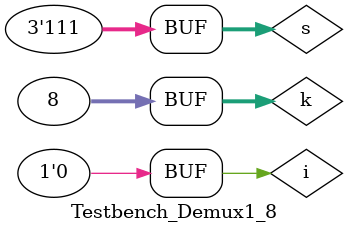
<source format=v>
`timescale 1ns / 1ps


module Testbench_Demux1_8;

	// Inputs
	reg i;
	reg [2:0] s;

	// Outputs
	wire [7:0] y;

	// Instantiate the Unit Under Test (UUT)
	Demux1_8 uut (
		.i(i), 
		.s(s), 
		.y(y)
	);

	integer k;

	initial begin
		// Initialize Inputs
		i = 0;
		s = 0;

		// Wait 100 ns for global reset to finish
		#100;
        
		// Add stimulus here
		i = 1;
		for (k = 0; k < 8; k = k + 1) begin
			s = k[2:0];;
			#100;
		end
		i = 0;
		#100;
	end
      
endmodule


</source>
